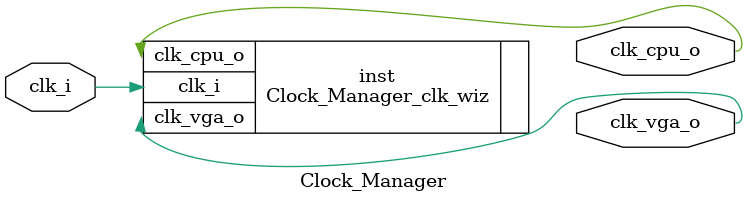
<source format=v>


`timescale 1ps/1ps

(* CORE_GENERATION_INFO = "Clock_Manager,clk_wiz_v6_0_12_0_0,{component_name=Clock_Manager,use_phase_alignment=true,use_min_o_jitter=false,use_max_i_jitter=false,use_dyn_phase_shift=false,use_inclk_switchover=false,use_dyn_reconfig=false,enable_axi=0,feedback_source=FDBK_AUTO,PRIMITIVE=PLL,num_out_clk=2,clkin1_period=10.000,clkin2_period=10.000,use_power_down=false,use_reset=false,use_locked=false,use_inclk_stopped=false,feedback_type=SINGLE,CLOCK_MGR_TYPE=NA,manual_override=false}" *)

module Clock_Manager 
 (
  // Clock out ports
  output        clk_cpu_o,
  output        clk_vga_o,
 // Clock in ports
  input         clk_i
 );

  Clock_Manager_clk_wiz inst
  (
  // Clock out ports  
  .clk_cpu_o(clk_cpu_o),
  .clk_vga_o(clk_vga_o),
 // Clock in ports
  .clk_i(clk_i)
  );

endmodule

</source>
